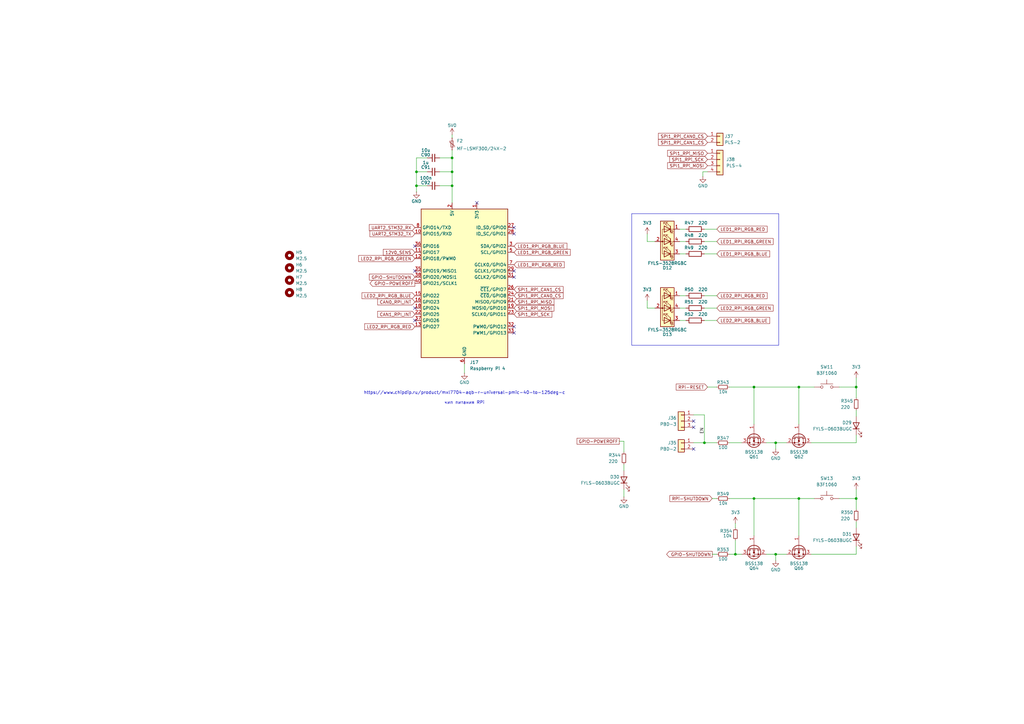
<source format=kicad_sch>
(kicad_sch (version 20231120) (generator "eeschema") (generator_version "8.0")
  (paper "A3")
  (lib_symbols
    (symbol "Connector:Raspberry_Pi_2_3"
      (property "Reference" "J" (at -17.78 31.75 0))
      (property "Value" "Raspberry_Pi_2_3" (at 10.16 -31.75 0))
      (symbol "Raspberry_Pi_2_3_0_1"
        (rectangle (start -17.78 30.48) (end 17.78 -30.48) (stroke (width 0.254)) (fill (type background)))
      )
      (symbol "Raspberry_Pi_2_3_1_1"
        (pin power_in line (at 5.08 33.02 270) (length 2.54) (name "3V3") (number "1"))
        (pin bidirectional line (at -20.32 20.32 0) (length 2.54) (name "GPIO15/RXD") (number "10"))
        (pin bidirectional line (at -20.32 12.7 0) (length 2.54) (name "GPIO17") (number "11"))
        (pin bidirectional line (at -20.32 10.16 0) (length 2.54) (name "GPIO18/PWM0") (number "12"))
        (pin bidirectional line (at -20.32 -17.78 0) (length 2.54) (name "GPIO27") (number "13"))
        (pin passive line (at 0 -33.02 90) (length 2.54) hide (name "GND") (number "14"))
        (pin bidirectional line (at -20.32 -5.08 0) (length 2.54) (name "GPIO22") (number "15"))
        (pin bidirectional line (at -20.32 -7.62 0) (length 2.54) (name "GPIO23") (number "16"))
        (pin passive line (at 5.08 33.02 270) (length 2.54) hide (name "3V3") (number "17"))
        (pin bidirectional line (at -20.32 -10.16 0) (length 2.54) (name "GPIO24") (number "18"))
        (pin bidirectional line (at 20.32 -10.16 180) (length 2.54) (name "MOSI0/GPIO10") (number "19"))
        (pin power_in line (at -5.08 33.02 270) (length 2.54) (name "5V") (number "2"))
        (pin passive line (at 0 -33.02 90) (length 2.54) hide (name "GND") (number "20"))
        (pin bidirectional line (at 20.32 -7.62 180) (length 2.54) (name "MISO0/GPIO9") (number "21"))
        (pin bidirectional line (at -20.32 -12.7 0) (length 2.54) (name "GPIO25") (number "22"))
        (pin bidirectional line (at 20.32 -12.7 180) (length 2.54) (name "SCLK0/GPIO11") (number "23"))
        (pin bidirectional line (at 20.32 -5.08 180) (length 2.54) (name "~{CE0}/GPIO8") (number "24"))
        (pin passive line (at 0 -33.02 90) (length 2.54) hide (name "GND") (number "25"))
        (pin bidirectional line (at 20.32 -2.54 180) (length 2.54) (name "~{CE1}/GPIO7") (number "26"))
        (pin bidirectional line (at 20.32 22.86 180) (length 2.54) (name "ID_SD/GPIO0") (number "27"))
        (pin bidirectional line (at 20.32 20.32 180) (length 2.54) (name "ID_SC/GPIO1") (number "28"))
        (pin bidirectional line (at 20.32 5.08 180) (length 2.54) (name "GCLK1/GPIO5") (number "29"))
        (pin bidirectional line (at 20.32 15.24 180) (length 2.54) (name "SDA/GPIO2") (number "3"))
        (pin passive line (at 0 -33.02 90) (length 2.54) hide (name "GND") (number "30"))
        (pin bidirectional line (at 20.32 2.54 180) (length 2.54) (name "GCLK2/GPIO6") (number "31"))
        (pin bidirectional line (at 20.32 -17.78 180) (length 2.54) (name "PWM0/GPIO12") (number "32"))
        (pin bidirectional line (at 20.32 -20.32 180) (length 2.54) (name "PWM1/GPIO13") (number "33"))
        (pin passive line (at 0 -33.02 90) (length 2.54) hide (name "GND") (number "34"))
        (pin bidirectional line (at -20.32 5.08 0) (length 2.54) (name "GPIO19/MISO1") (number "35"))
        (pin bidirectional line (at -20.32 15.24 0) (length 2.54) (name "GPIO16") (number "36"))
        (pin bidirectional line (at -20.32 -15.24 0) (length 2.54) (name "GPIO26") (number "37"))
        (pin bidirectional line (at -20.32 2.54 0) (length 2.54) (name "GPIO20/MOSI1") (number "38"))
        (pin passive line (at 0 -33.02 90) (length 2.54) hide (name "GND") (number "39"))
        (pin passive line (at -5.08 33.02 270) (length 2.54) hide (name "5V") (number "4"))
        (pin bidirectional line (at -20.32 0 0) (length 2.54) (name "GPIO21/SCLK1") (number "40"))
        (pin bidirectional line (at 20.32 12.7 180) (length 2.54) (name "SCL/GPIO3") (number "5"))
        (pin power_in line (at 0 -33.02 90) (length 2.54) (name "GND") (number "6"))
        (pin bidirectional line (at 20.32 7.62 180) (length 2.54) (name "GCLK0/GPIO4") (number "7"))
        (pin bidirectional line (at -20.32 22.86 0) (length 2.54) (name "GPIO14/TXD") (number "8"))
        (pin passive line (at 0 -33.02 90) (length 2.54) hide (name "GND") (number "9"))
      )
    )
    (symbol "Connector_Generic:Conn_01x02" (pin_names (offset 1.016) hide)
      (property "Reference" "J" (at 0 2.54 0))
      (property "Value" "Conn_01x02" (at 0 -5.08 0))
      (symbol "Conn_01x02_1_1"
        (rectangle (start -1.27 -2.413) (end 0 -2.667) (stroke (width 0.1524)))
        (rectangle (start -1.27 0.127) (end 0 -0.127) (stroke (width 0.1524)))
        (rectangle (start -1.27 1.27) (end 1.27 -3.81) (stroke (width 0.254)) (fill (type background)))
        (pin passive line (at -5.08 0 0) (length 3.81) (name "Pin_1") (number "1"))
        (pin passive line (at -5.08 -2.54 0) (length 3.81) (name "Pin_2") (number "2"))
      )
    )
    (symbol "Connector_Generic:Conn_01x03" (pin_names (offset 1.016) hide)
      (property "Reference" "J" (at 0 5.08 0))
      (property "Value" "Conn_01x03" (at 0 -5.08 0))
      (symbol "Conn_01x03_1_1"
        (rectangle (start -1.27 -2.413) (end 0 -2.667) (stroke (width 0.1524)))
        (rectangle (start -1.27 0.127) (end 0 -0.127) (stroke (width 0.1524)))
        (rectangle (start -1.27 2.667) (end 0 2.413) (stroke (width 0.1524)))
        (rectangle (start -1.27 3.81) (end 1.27 -3.81) (stroke (width 0.254)) (fill (type background)))
        (pin passive line (at -5.08 2.54 0) (length 3.81) (name "Pin_1") (number "1"))
        (pin passive line (at -5.08 0 0) (length 3.81) (name "Pin_2") (number "2"))
        (pin passive line (at -5.08 -2.54 0) (length 3.81) (name "Pin_3") (number "3"))
      )
    )
    (symbol "Connector_Generic:Conn_01x04" (pin_names (offset 1.016) hide)
      (property "Reference" "J" (at 0 5.08 0))
      (property "Value" "Conn_01x04" (at 0 -7.62 0))
      (symbol "Conn_01x04_1_1"
        (rectangle (start -1.27 -4.953) (end 0 -5.207) (stroke (width 0.1524)))
        (rectangle (start -1.27 -2.413) (end 0 -2.667) (stroke (width 0.1524)))
        (rectangle (start -1.27 0.127) (end 0 -0.127) (stroke (width 0.1524)))
        (rectangle (start -1.27 2.667) (end 0 2.413) (stroke (width 0.1524)))
        (rectangle (start -1.27 3.81) (end 1.27 -6.35) (stroke (width 0.254)) (fill (type background)))
        (pin passive line (at -5.08 2.54 0) (length 3.81) (name "Pin_1") (number "1"))
        (pin passive line (at -5.08 0 0) (length 3.81) (name "Pin_2") (number "2"))
        (pin passive line (at -5.08 -2.54 0) (length 3.81) (name "Pin_3") (number "3"))
        (pin passive line (at -5.08 -5.08 0) (length 3.81) (name "Pin_4") (number "4"))
      )
    )
    (symbol "Device:C_Small" (pin_numbers hide) (pin_names (offset 0.254) hide)
      (property "Reference" "C" (at 0.254 1.778 0))
      (property "Value" "C_Small" (at 0.254 -2.032 0))
      (symbol "C_Small_0_1"
        (polyline (pts (xy -1.524 -0.508) (xy 1.524 -0.508)) (stroke (width 0.3302)))
        (polyline (pts (xy -1.524 0.508) (xy 1.524 0.508)) (stroke (width 0.3048)))
      )
      (symbol "C_Small_1_1"
        (pin passive line (at 0 2.54 270) (length 2.032) (name "~") (number "1"))
        (pin passive line (at 0 -2.54 90) (length 2.032) (name "~") (number "2"))
      )
    )
    (symbol "Device:LED" (pin_numbers hide) (pin_names (offset 1.016) hide)
      (property "Reference" "D" (at 0 2.54 0))
      (property "Value" "LED" (at 0 -2.54 0))
      (symbol "LED_0_1"
        (polyline (pts (xy -1.27 -1.27) (xy -1.27 1.27)) (stroke (width 0.254)))
        (polyline (pts (xy -1.27 0) (xy 1.27 0)))
        (polyline (pts (xy 1.27 -1.27) (xy 1.27 1.27) (xy -1.27 0) (xy 1.27 -1.27)) (stroke (width 0.254)))
        (polyline (pts (xy -3.048 -0.762) (xy -4.572 -2.286) (xy -3.81 -2.286) (xy -4.572 -2.286) (xy -4.572 -1.524)))
        (polyline (pts (xy -1.778 -0.762) (xy -3.302 -2.286) (xy -2.54 -2.286) (xy -3.302 -2.286) (xy -3.302 -1.524)))
      )
      (symbol "LED_1_1"
        (pin passive line (at -3.81 0 0) (length 2.54) (name "K") (number "1"))
        (pin passive line (at 3.81 0 180) (length 2.54) (name "A") (number "2"))
      )
    )
    (symbol "Device:LED_RGBA" (pin_names (offset 0) hide)
      (property "Reference" "D1" (at 0 -10.795 0))
      (property "Value" "LED_RGBA" (at 0 -8.89 0))
      (symbol "LED_RGBA_0_0"
        (text "B" (at -1.905 -6.35 0) (effects (font (size 1.27 1.27))))
        (text "G" (at -1.905 -1.27 0) (effects (font (size 1.27 1.27))))
        (text "R" (at -1.905 3.81 0) (effects (font (size 1.27 1.27))))
      )
      (symbol "LED_RGBA_0_1"
        (polyline (pts (xy -1.27 -5.08) (xy -2.54 -5.08)))
        (polyline (pts (xy -1.27 -5.08) (xy 1.27 -5.08)))
        (polyline (pts (xy -1.27 -3.81) (xy -1.27 -6.35)) (stroke (width 0.254)))
        (polyline (pts (xy -1.27 0) (xy -2.54 0)))
        (polyline (pts (xy -1.27 1.27) (xy -1.27 -1.27)) (stroke (width 0.254)))
        (polyline (pts (xy -1.27 5.08) (xy -2.54 5.08)))
        (polyline (pts (xy -1.27 5.08) (xy 1.27 5.08)))
        (polyline (pts (xy -1.27 6.35) (xy -1.27 3.81)) (stroke (width 0.254)))
        (polyline (pts (xy 1.27 0) (xy -1.27 0)))
        (polyline (pts (xy 1.27 0) (xy 2.54 0)))
        (polyline (pts (xy -1.27 1.27) (xy -1.27 -1.27) (xy -1.27 -1.27)))
        (polyline (pts (xy -1.27 6.35) (xy -1.27 3.81) (xy -1.27 3.81)))
        (polyline (pts (xy 1.27 -5.08) (xy 2.032 -5.08) (xy 2.032 5.08) (xy 1.27 5.08)))
        (polyline (pts (xy 1.27 -3.81) (xy 1.27 -6.35) (xy -1.27 -5.08) (xy 1.27 -3.81)) (stroke (width 0.254)))
        (polyline (pts (xy 1.27 1.27) (xy 1.27 -1.27) (xy -1.27 0) (xy 1.27 1.27)) (stroke (width 0.254)))
        (polyline (pts (xy 1.27 6.35) (xy 1.27 3.81) (xy -1.27 5.08) (xy 1.27 6.35)) (stroke (width 0.254)))
        (polyline (pts (xy -1.016 -3.81) (xy 0.508 -2.286) (xy -0.254 -2.286) (xy 0.508 -2.286) (xy 0.508 -3.048)))
        (polyline (pts (xy -1.016 1.27) (xy 0.508 2.794) (xy -0.254 2.794) (xy 0.508 2.794) (xy 0.508 2.032)))
        (polyline (pts (xy -1.016 6.35) (xy 0.508 7.874) (xy -0.254 7.874) (xy 0.508 7.874) (xy 0.508 7.112)))
        (polyline (pts (xy 0 -3.81) (xy 1.524 -2.286) (xy 0.762 -2.286) (xy 1.524 -2.286) (xy 1.524 -3.048)))
        (polyline (pts (xy 0 1.27) (xy 1.524 2.794) (xy 0.762 2.794) (xy 1.524 2.794) (xy 1.524 2.032)))
        (polyline (pts (xy 0 6.35) (xy 1.524 7.874) (xy 0.762 7.874) (xy 1.524 7.874) (xy 1.524 7.112)))
        (rectangle (start 1.27 -1.27) (end 1.27 1.27))
        (rectangle (start 1.27 1.27) (end 1.27 1.27))
        (rectangle (start 1.27 3.81) (end 1.27 6.35))
        (rectangle (start 1.27 6.35) (end 1.27 6.35))
        (circle (center 2.032 0) (radius 0.254) (fill (type outline)))
        (rectangle (start 2.794 8.382) (end -2.794 -7.62) (stroke (width 0.254)) (fill (type background)))
      )
      (symbol "LED_RGBA_1_1"
        (pin passive line (at -5.08 5.08 0) (length 2.54) (name "RK") (number "1"))
        (pin passive line (at 5.08 0 180) (length 2.54) (name "A") (number "2"))
        (pin passive line (at -5.08 -5.08 0) (length 2.54) (name "BK") (number "3"))
        (pin passive line (at -5.08 0 0) (length 2.54) (name "GK") (number "4"))
      )
    )
    (symbol "Device:Polyfuse_Small" (pin_numbers hide) (pin_names (offset 0))
      (property "Reference" "F" (at -1.905 0 90))
      (property "Value" "Polyfuse_Small" (at 1.905 0 90))
      (symbol "Polyfuse_Small_0_1"
        (rectangle (start -0.508 1.27) (end 0.508 -1.27))
        (polyline (pts (xy 0 2.54) (xy 0 -2.54)))
        (polyline (pts (xy -1.016 1.27) (xy -1.016 0.762) (xy 1.016 -0.762) (xy 1.016 -1.27)))
      )
      (symbol "Polyfuse_Small_1_1"
        (pin passive line (at 0 2.54 270) (length 0.635) (name "~") (number "1"))
        (pin passive line (at 0 -2.54 90) (length 0.635) (name "~") (number "2"))
      )
    )
    (symbol "Device:R" (pin_numbers hide) (pin_names (offset 0))
      (property "Reference" "R" (at 2.032 0 90))
      (property "Value" "R" (at 0 0 90))
      (symbol "R_0_1"
        (rectangle (start -1.016 -2.54) (end 1.016 2.54) (stroke (width 0.254)))
      )
      (symbol "R_1_1"
        (pin passive line (at 0 3.81 270) (length 1.27) (name "~") (number "1"))
        (pin passive line (at 0 -3.81 90) (length 1.27) (name "~") (number "2"))
      )
    )
    (symbol "Device:R_Small" (pin_numbers hide) (pin_names (offset 0.254) hide)
      (property "Reference" "R" (at 0.762 0.508 0))
      (property "Value" "R_Small" (at 0.762 -1.016 0))
      (symbol "R_Small_0_1"
        (rectangle (start -0.762 1.778) (end 0.762 -1.778) (stroke (width 0.2032)))
      )
      (symbol "R_Small_1_1"
        (pin passive line (at 0 2.54 270) (length 0.762) (name "~") (number "1"))
        (pin passive line (at 0 -2.54 90) (length 0.762) (name "~") (number "2"))
      )
    )
    (symbol "LED_RGBA_1" (pin_names (offset 0) hide)
      (property "Reference" "D8" (at 0 -10.795 0))
      (property "Value" "LED_RGBA" (at 0 -8.89 0))
      (symbol "LED_RGBA_1_0_0"
        (text "B" (at -1.905 -6.35 0) (effects (font (size 1.27 1.27))))
        (text "G" (at -1.905 -1.27 0) (effects (font (size 1.27 1.27))))
        (text "R" (at -1.905 3.81 0) (effects (font (size 1.27 1.27))))
      )
      (symbol "LED_RGBA_1_0_1"
        (polyline (pts (xy -1.27 -5.08) (xy -2.54 -5.08)))
        (polyline (pts (xy -1.27 -5.08) (xy 1.27 -5.08)))
        (polyline (pts (xy -1.27 -3.81) (xy -1.27 -6.35)) (stroke (width 0.254)))
        (polyline (pts (xy -1.27 0) (xy -2.54 0)))
        (polyline (pts (xy -1.27 1.27) (xy -1.27 -1.27)) (stroke (width 0.254)))
        (polyline (pts (xy -1.27 5.08) (xy -2.54 5.08)))
        (polyline (pts (xy -1.27 5.08) (xy 1.27 5.08)))
        (polyline (pts (xy -1.27 6.35) (xy -1.27 3.81)) (stroke (width 0.254)))
        (polyline (pts (xy 1.27 0) (xy -1.27 0)))
        (polyline (pts (xy 1.27 0) (xy 2.54 0)))
        (polyline (pts (xy -1.27 1.27) (xy -1.27 -1.27) (xy -1.27 -1.27)))
        (polyline (pts (xy -1.27 6.35) (xy -1.27 3.81) (xy -1.27 3.81)))
        (polyline (pts (xy 1.27 -5.08) (xy 2.032 -5.08) (xy 2.032 5.08) (xy 1.27 5.08)))
        (polyline (pts (xy 1.27 -3.81) (xy 1.27 -6.35) (xy -1.27 -5.08) (xy 1.27 -3.81)) (stroke (width 0.254)))
        (polyline (pts (xy 1.27 1.27) (xy 1.27 -1.27) (xy -1.27 0) (xy 1.27 1.27)) (stroke (width 0.254)))
        (polyline (pts (xy 1.27 6.35) (xy 1.27 3.81) (xy -1.27 5.08) (xy 1.27 6.35)) (stroke (width 0.254)))
        (polyline (pts (xy -1.016 -3.81) (xy 0.508 -2.286) (xy -0.254 -2.286) (xy 0.508 -2.286) (xy 0.508 -3.048)))
        (polyline (pts (xy -1.016 1.27) (xy 0.508 2.794) (xy -0.254 2.794) (xy 0.508 2.794) (xy 0.508 2.032)))
        (polyline (pts (xy -1.016 6.35) (xy 0.508 7.874) (xy -0.254 7.874) (xy 0.508 7.874) (xy 0.508 7.112)))
        (polyline (pts (xy 0 -3.81) (xy 1.524 -2.286) (xy 0.762 -2.286) (xy 1.524 -2.286) (xy 1.524 -3.048)))
        (polyline (pts (xy 0 1.27) (xy 1.524 2.794) (xy 0.762 2.794) (xy 1.524 2.794) (xy 1.524 2.032)))
        (polyline (pts (xy 0 6.35) (xy 1.524 7.874) (xy 0.762 7.874) (xy 1.524 7.874) (xy 1.524 7.112)))
        (rectangle (start 1.27 -1.27) (end 1.27 1.27))
        (rectangle (start 1.27 1.27) (end 1.27 1.27))
        (rectangle (start 1.27 3.81) (end 1.27 6.35))
        (rectangle (start 1.27 6.35) (end 1.27 6.35))
        (circle (center 2.032 0) (radius 0.254) (fill (type outline)))
        (rectangle (start 2.794 8.382) (end -2.794 -7.62) (stroke (width 0.254)) (fill (type background)))
      )
      (symbol "LED_RGBA_1_1_1"
        (pin passive line (at -5.08 5.08 0) (length 2.54) (name "RK") (number "1"))
        (pin passive line (at 5.08 0 180) (length 2.54) (name "A") (number "2"))
        (pin passive line (at -5.08 -5.08 0) (length 2.54) (name "BK") (number "3"))
        (pin passive line (at -5.08 0 0) (length 2.54) (name "GK") (number "4"))
      )
    )
    (symbol "Mechanical:MountingHole" (pin_names (offset 1.016)) (exclude_from_sim yes) (in_bom no)
      (property "Reference" "H" (at 0 5.08 0))
      (property "Value" "MountingHole" (at 0 3.175 0))
      (symbol "MountingHole_0_1"
        (circle (center 0 0) (radius 1.27) (stroke (width 1.27)))
      )
    )
    (symbol "Switch:SW_Push" (pin_numbers hide) (pin_names (offset 1.016) hide)
      (property "Reference" "SW" (at 1.27 2.54 0))
      (property "Value" "SW_Push" (at 0 -1.524 0))
      (symbol "SW_Push_0_1"
        (circle (center -2.032 0) (radius 0.508))
        (polyline (pts (xy 0 1.27) (xy 0 3.048)))
        (polyline (pts (xy 2.54 1.27) (xy -2.54 1.27)))
        (circle (center 2.032 0) (radius 0.508))
        (pin passive line (at -5.08 0 0) (length 2.54) (name "1") (number "1"))
        (pin passive line (at 5.08 0 180) (length 2.54) (name "2") (number "2"))
      )
    )
    (symbol "Transistor_FET:BSS138" (pin_names hide)
      (property "Reference" "Q" (at 5.08 1.905 0))
      (property "Value" "BSS138" (at 5.08 0 0))
      (symbol "BSS138_0_1"
        (polyline (pts (xy 0.254 0) (xy -2.54 0)))
        (polyline (pts (xy 0.254 1.905) (xy 0.254 -1.905)) (stroke (width 0.254)))
        (polyline (pts (xy 0.762 -1.27) (xy 0.762 -2.286)) (stroke (width 0.254)))
        (polyline (pts (xy 0.762 0.508) (xy 0.762 -0.508)) (stroke (width 0.254)))
        (polyline (pts (xy 0.762 2.286) (xy 0.762 1.27)) (stroke (width 0.254)))
        (polyline (pts (xy 2.54 2.54) (xy 2.54 1.778)))
        (polyline (pts (xy 2.54 -2.54) (xy 2.54 0) (xy 0.762 0)))
        (polyline (pts (xy 0.762 -1.778) (xy 3.302 -1.778) (xy 3.302 1.778) (xy 0.762 1.778)))
        (polyline (pts (xy 1.016 0) (xy 2.032 0.381) (xy 2.032 -0.381) (xy 1.016 0)) (fill (type outline)))
        (polyline (pts (xy 2.794 0.508) (xy 2.921 0.381) (xy 3.683 0.381) (xy 3.81 0.254)))
        (polyline (pts (xy 3.302 0.381) (xy 2.921 -0.254) (xy 3.683 -0.254) (xy 3.302 0.381)))
        (circle (center 1.651 0) (radius 2.794) (stroke (width 0.254)))
        (circle (center 2.54 -1.778) (radius 0.254) (fill (type outline)))
        (circle (center 2.54 1.778) (radius 0.254) (fill (type outline)))
      )
      (symbol "BSS138_1_1"
        (pin input line (at -5.08 0 0) (length 2.54) (name "G") (number "1"))
        (pin passive line (at 2.54 -5.08 90) (length 2.54) (name "S") (number "2"))
        (pin passive line (at 2.54 5.08 270) (length 2.54) (name "D") (number "3"))
      )
    )
    (symbol "power:+5V" (power) (pin_numbers hide) (pin_names (offset 0) hide)
      (property "Value" "+5V" (at 0 3.556 0))
      (symbol "+5V_0_1"
        (polyline (pts (xy -0.762 1.27) (xy 0 2.54)))
        (polyline (pts (xy 0 0) (xy 0 2.54)))
        (polyline (pts (xy 0 2.54) (xy 0.762 1.27)))
      )
      (symbol "+5V_1_1"
        (pin power_in line (at 0 0 90) (length 0) (name "~") (number "1"))
      )
    )
    (symbol "power:GND" (power) (pin_numbers hide) (pin_names (offset 0) hide)
      (property "Value" "GND" (at 0 -3.81 0))
      (symbol "GND_0_1"
        (polyline (pts (xy 0 0) (xy 0 -1.27) (xy 1.27 -1.27) (xy 0 -2.54) (xy -1.27 -1.27) (xy 0 -1.27)))
      )
      (symbol "GND_1_1"
        (pin power_in line (at 0 0 270) (length 0) (name "~") (number "1"))
      )
    )
  )
  (junction (at 288.925 181.61))
  (junction (at 309.245 204.47))
  (junction (at 351.155 204.47))
  (junction (at 318.135 181.61))
  (junction (at 327.66 204.47))
  (junction (at 318.135 227.33))
  (junction (at 351.155 158.75))
  (junction (at 170.815 70.485))
  (junction (at 301.625 227.33))
  (junction (at 170.815 76.2))
  (junction (at 327.66 158.75))
  (junction (at 309.245 158.75))
  (junction (at 185.42 64.77))
  (junction (at 185.42 76.2))
  (junction (at 185.42 70.485))
  (no_connect (at 284.48 184.15))
  (no_connect (at 170.18 126.365))
  (no_connect (at 195.58 83.185))
  (no_connect (at 210.82 111.125))
  (no_connect (at 170.18 100.965))
  (no_connect (at 284.48 172.72))
  (no_connect (at 210.82 133.985))
  (no_connect (at 170.18 131.445))
  (no_connect (at 284.48 175.26))
  (no_connect (at 210.82 95.885))
  (no_connect (at 210.82 113.665))
  (no_connect (at 210.82 136.525))
  (no_connect (at 170.18 111.125))
  (no_connect (at 210.82 93.345))
  (wire (pts (xy 288.925 99.06) (xy 294.005 99.06)))
  (wire (pts (xy 351.155 154.94) (xy 351.155 158.75)))
  (wire (pts (xy 351.155 158.75) (xy 351.155 163.195)))
  (wire (pts (xy 185.42 61.595) (xy 185.42 64.77)))
  (wire (pts (xy 351.155 227.33) (xy 332.74 227.33)))
  (wire (pts (xy 301.625 227.33) (xy 304.165 227.33)))
  (wire (pts (xy 180.34 70.485) (xy 185.42 70.485)))
  (wire (pts (xy 351.155 181.61) (xy 332.74 181.61)))
  (wire (pts (xy 288.925 121.285) (xy 294.005 121.285)))
  (wire (pts (xy 351.155 204.47) (xy 351.155 208.915)))
  (wire (pts (xy 351.155 213.995) (xy 351.155 216.535)))
  (wire (pts (xy 265.43 99.06) (xy 265.43 95.885)))
  (wire (pts (xy 318.135 227.33) (xy 318.135 229.87)))
  (wire (pts (xy 288.925 170.18) (xy 288.925 181.61)))
  (wire (pts (xy 265.43 126.365) (xy 265.43 123.19)))
  (wire (pts (xy 309.245 158.75) (xy 309.245 173.99)))
  (wire (pts (xy 309.245 204.47) (xy 327.66 204.47)))
  (wire (pts (xy 318.135 181.61) (xy 314.325 181.61)))
  (wire (pts (xy 351.155 200.66) (xy 351.155 204.47)))
  (wire (pts (xy 288.925 93.98) (xy 294.005 93.98)))
  (wire (pts (xy 299.085 227.33) (xy 301.625 227.33)))
  (wire (pts (xy 327.66 158.75) (xy 327.66 173.99)))
  (wire (pts (xy 288.925 181.61) (xy 294.005 181.61)))
  (wire (pts (xy 185.42 76.2) (xy 185.42 83.185)))
  (wire (pts (xy 309.245 204.47) (xy 309.245 219.71)))
  (wire (pts (xy 301.625 214.63) (xy 301.625 216.535)))
  (wire (pts (xy 292.1 227.33) (xy 294.005 227.33)))
  (wire (pts (xy 255.905 200.66) (xy 255.905 203.835)))
  (wire (pts (xy 318.135 227.33) (xy 314.325 227.33)))
  (wire (pts (xy 288.925 104.14) (xy 294.005 104.14)))
  (wire (pts (xy 255.905 190.5) (xy 255.905 193.04)))
  (wire (pts (xy 318.135 227.33) (xy 322.58 227.33)))
  (wire (pts (xy 278.765 93.98) (xy 281.305 93.98)))
  (wire (pts (xy 278.765 131.445) (xy 281.305 131.445)))
  (wire (pts (xy 299.085 204.47) (xy 309.245 204.47)))
  (wire (pts (xy 180.34 64.77) (xy 185.42 64.77)))
  (wire (pts (xy 351.155 168.275) (xy 351.155 170.815)))
  (wire (pts (xy 278.765 104.14) (xy 281.305 104.14)))
  (wire (pts (xy 278.765 121.285) (xy 281.305 121.285)))
  (wire (pts (xy 170.815 70.485) (xy 170.815 76.2)))
  (wire (pts (xy 265.43 126.365) (xy 268.605 126.365)))
  (wire (pts (xy 327.66 204.47) (xy 327.66 219.71)))
  (wire (pts (xy 309.245 158.75) (xy 327.66 158.75)))
  (wire (pts (xy 288.925 131.445) (xy 294.005 131.445)))
  (wire (pts (xy 278.765 99.06) (xy 281.305 99.06)))
  (wire (pts (xy 185.42 70.485) (xy 185.42 76.2)))
  (wire (pts (xy 288.925 126.365) (xy 294.005 126.365)))
  (wire (pts (xy 185.42 55.245) (xy 185.42 56.515)))
  (wire (pts (xy 318.135 181.61) (xy 318.135 184.15)))
  (wire (pts (xy 170.815 76.2) (xy 175.26 76.2)))
  (wire (pts (xy 170.815 76.2) (xy 170.815 78.74)))
  (wire (pts (xy 170.815 70.485) (xy 175.26 70.485)))
  (wire (pts (xy 190.5 149.225) (xy 190.5 153.035)))
  (wire (pts (xy 175.26 64.77) (xy 170.815 64.77)))
  (wire (pts (xy 288.29 72.39) (xy 288.29 70.485)))
  (wire (pts (xy 180.34 76.2) (xy 185.42 76.2)))
  (wire (pts (xy 318.135 181.61) (xy 322.58 181.61)))
  (wire (pts (xy 351.155 178.435) (xy 351.155 181.61)))
  (wire (pts (xy 254 180.975) (xy 255.905 180.975)))
  (wire (pts (xy 299.085 158.75) (xy 309.245 158.75)))
  (wire (pts (xy 344.17 204.47) (xy 351.155 204.47)))
  (wire (pts (xy 327.66 204.47) (xy 334.01 204.47)))
  (wire (pts (xy 290.195 158.75) (xy 294.005 158.75)))
  (wire (pts (xy 299.085 181.61) (xy 304.165 181.61)))
  (wire (pts (xy 327.66 158.75) (xy 334.01 158.75)))
  (wire (pts (xy 288.925 170.18) (xy 284.48 170.18)))
  (wire (pts (xy 284.48 181.61) (xy 288.925 181.61)))
  (wire (pts (xy 301.625 221.615) (xy 301.625 227.33)))
  (wire (pts (xy 255.905 180.975) (xy 255.905 185.42)))
  (wire (pts (xy 185.42 64.77) (xy 185.42 70.485)))
  (wire (pts (xy 351.155 224.155) (xy 351.155 227.33)))
  (wire (pts (xy 278.765 126.365) (xy 281.305 126.365)))
  (wire (pts (xy 292.1 204.47) (xy 294.005 204.47)))
  (wire (pts (xy 170.815 64.77) (xy 170.815 70.485)))
  (wire (pts (xy 265.43 99.06) (xy 268.605 99.06)))
  (wire (pts (xy 288.29 70.485) (xy 290.195 70.485)))
  (wire (pts (xy 344.17 158.75) (xy 351.155 158.75)))
  (rectangle (start 259.08 87.63) (end 319.405 141.605))
  (text "https://www.chipdip.ru/product/mxl7704-aqb-r-universal-pmic-40-to-125deg-c\n\nчип питания RPi" (at 190.5 163.195 0) (effects (font (size 1.27 1.27))))
  (label "EN" (at 288.925 175.26 270))
  (global_label "LED1_RPI_RGB_RED" (shape input) (at 210.82 108.585 0) (property "Intersheetrefs" "${INTERSHEET_REFS}" (at 232.0084 108.585 0) (effects (justify left))))
  (global_label "LED1_RPI_RGB_BLUE" (shape input) (at 294.005 104.14 0) (property "Intersheetrefs" "${INTERSHEET_REFS}" (at 316.282 104.14 0) (effects (justify left))))
  (global_label "LED1_RPI_RGB_GREEN" (shape input) (at 210.82 103.505 0) (property "Intersheetrefs" "${INTERSHEET_REFS}" (at 234.4879 103.505 0) (effects (justify left))))
  (global_label "LED2_RPI_RGB_BLUE" (shape input) (at 294.005 131.445 0) (property "Intersheetrefs" "${INTERSHEET_REFS}" (at 316.282 131.445 0) (effects (justify left))))
  (global_label "UART2_STM32_TX" (shape input) (at 170.18 95.885 180) (property "Intersheetrefs" "${INTERSHEET_REFS}" (at 151.1688 95.885 0) (effects (justify right))))
  (global_label "LED2_RPI_RGB_GREEN" (shape input) (at 294.005 126.365 0) (property "Intersheetrefs" "${INTERSHEET_REFS}" (at 317.6729 126.365 0) (effects (justify left))))
  (global_label "LED2_RPI_RGB_BLUE" (shape input) (at 170.18 121.285 180) (property "Intersheetrefs" "${INTERSHEET_REFS}" (at 147.903 121.285 0) (effects (justify right))))
  (global_label "GPIO-SHUTDOWN" (shape input) (at 170.18 113.665 180) (property "Intersheetrefs" "${INTERSHEET_REFS}" (at 150.9266 113.665 0) (effects (justify right))))
  (global_label "LED1_RPI_RGB_GREEN" (shape input) (at 294.005 99.06 0) (property "Intersheetrefs" "${INTERSHEET_REFS}" (at 317.6729 99.06 0) (effects (justify left))))
  (global_label "LED1_RPI_RGB_BLUE" (shape input) (at 210.82 100.965 0) (property "Intersheetrefs" "${INTERSHEET_REFS}" (at 233.097 100.965 0) (effects (justify left))))
  (global_label "RPi-RESET" (shape input) (at 290.195 158.75 180) (property "Intersheetrefs" "${INTERSHEET_REFS}" (at 276.7475 158.75 0) (effects (justify right))))
  (global_label "SPI1_RPi_MOSI" (shape input) (at 290.195 67.945 180) (property "Intersheetrefs" "${INTERSHEET_REFS}" (at 273.2398 67.945 0) (effects (justify right))))
  (global_label "SPI1_RPi_CAN0_CS" (shape input) (at 290.195 55.88 180) (property "Intersheetrefs" "${INTERSHEET_REFS}" (at 269.4903 55.88 0) (effects (justify right))))
  (global_label "SPI1_RPi_MOSI" (shape input) (at 210.82 126.365 0) (property "Intersheetrefs" "${INTERSHEET_REFS}" (at 227.7752 126.365 0) (effects (justify left))))
  (global_label "SPI1_RPi_CAN0_CS" (shape input) (at 210.82 121.285 0) (property "Intersheetrefs" "${INTERSHEET_REFS}" (at 231.5247 121.285 0) (effects (justify left))))
  (global_label "LED1_RPI_RGB_RED" (shape input) (at 294.005 93.98 0) (property "Intersheetrefs" "${INTERSHEET_REFS}" (at 315.1934 93.98 0) (effects (justify left))))
  (global_label "SPI1_RPi_CAN1_CS" (shape input) (at 290.195 58.42 180) (property "Intersheetrefs" "${INTERSHEET_REFS}" (at 269.4903 58.42 0) (effects (justify right))))
  (global_label "SPI1_RPi_MISO" (shape input) (at 210.82 123.825 0) (property "Intersheetrefs" "${INTERSHEET_REFS}" (at 227.7752 123.825 0) (effects (justify left))))
  (global_label "LED2_RPI_RGB_GREEN" (shape input) (at 170.18 106.045 180) (property "Intersheetrefs" "${INTERSHEET_REFS}" (at 146.5121 106.045 0) (effects (justify right))))
  (global_label "RPi-SHUTDOWN" (shape input) (at 292.1 204.47 180) (property "Intersheetrefs" "${INTERSHEET_REFS}" (at 274.1771 204.47 0) (effects (justify right))))
  (global_label "SPI1_RPi_SCK" (shape input) (at 210.82 128.905 0) (property "Intersheetrefs" "${INTERSHEET_REFS}" (at 226.9285 128.905 0) (effects (justify left))))
  (global_label "LED2_RPI_RGB_RED" (shape input) (at 294.005 121.285 0) (property "Intersheetrefs" "${INTERSHEET_REFS}" (at 315.1934 121.285 0) (effects (justify left))))
  (global_label "GPIO-SHUTDOWN" (shape output) (at 292.1 227.33 180) (property "Intersheetrefs" "${INTERSHEET_REFS}" (at 272.8466 227.33 0) (effects (justify right))))
  (global_label "SPI1_RPi_CAN1_CS" (shape input) (at 210.82 118.745 0) (property "Intersheetrefs" "${INTERSHEET_REFS}" (at 231.5247 118.745 0) (effects (justify left))))
  (global_label "UART2_STM32_RX" (shape input) (at 170.18 93.345 180) (property "Intersheetrefs" "${INTERSHEET_REFS}" (at 150.8664 93.345 0) (effects (justify right))))
  (global_label "CAN0_RPI_INT" (shape input) (at 170.18 123.825 180) (property "Intersheetrefs" "${INTERSHEET_REFS}" (at 154.3133 123.825 0) (effects (justify right))))
  (global_label "CAN1_RPI_INT" (shape input) (at 170.18 128.905 180) (property "Intersheetrefs" "${INTERSHEET_REFS}" (at 154.3133 128.905 0) (effects (justify right))))
  (global_label "GPIO-POWEROFF" (shape passive) (at 254 180.975 180) (property "Intersheetrefs" "${INTERSHEET_REFS}" (at 236.0998 180.975 0) (effects (justify right))))
  (global_label "12V0_SENS" (shape input) (at 170.18 103.505 180) (property "Intersheetrefs" "${INTERSHEET_REFS}" (at 156.6116 103.505 0) (effects (justify right))))
  (global_label "LED2_RPI_RGB_RED" (shape input) (at 170.18 133.985 180) (property "Intersheetrefs" "${INTERSHEET_REFS}" (at 148.9916 133.985 0) (effects (justify right))))
  (global_label "SPI1_RPi_MISO" (shape input) (at 290.195 62.865 180) (property "Intersheetrefs" "${INTERSHEET_REFS}" (at 273.2398 62.865 0) (effects (justify right))))
  (global_label "GPIO-POWEROFF" (shape output) (at 170.18 116.205 180) (property "Intersheetrefs" "${INTERSHEET_REFS}" (at 151.1685 116.205 0) (effects (justify right))))
  (global_label "SPI1_RPi_SCK" (shape input) (at 290.195 65.405 180) (property "Intersheetrefs" "${INTERSHEET_REFS}" (at 274.0865 65.405 0) (effects (justify right))))
  (symbol (lib_id "Device:R_Small") (at 255.905 187.96 0) (unit 1)
    (property "Reference" "R344" (at 249.555 186.69 0) (effects (justify left)))
    (property "Value" "220" (at 249.555 189.2299 0) (effects (justify left)))
    (property "Footprint" "Resistor_SMD:R_0603_1608Metric" (effects (hide yes)))
    (property "Description" "Resistor, small symbol" (effects (hide yes)))
    (property "Мин. кол-во" "100" (effects (hide yes)))
    (property "Ссылка" "https://www.promelec.ru/product/46446/" (effects (hide yes)))
    (property "Цена" "1" (effects (hide yes)))
    (property "Человекопонятное название" "Толстопленочный ЧИП-резистор 0603 220Ом" (effects (hide yes)))
  )
  (symbol (lib_id "Connector_Generic:Conn_01x03") (at 279.4 172.72 0) (mirror y) (unit 1)
    (property "Reference" "J36" (at 277.495 171.45 0) (effects (justify left)))
    (property "Value" "PBD-3" (at 277.495 173.99 0) (effects (justify left)))
    (property "Footprint" "Connector_PinSocket_2.54mm:PinSocket_1x03_P2.54mm_Vertical" (effects (hide yes)))
    (property "Description" "Generic connector, single row, 01x03, script generated (kicad-library-utils/schlib/autogen/connector/)" (effects (hide yes)))
  )
  (symbol (lib_id "Device:R_Small") (at 351.155 165.735 0) (unit 1)
    (property "Reference" "R345" (at 344.805 164.465 0) (effects (justify left)))
    (property "Value" "220" (at 344.805 167.0049 0) (effects (justify left)))
    (property "Footprint" "Resistor_SMD:R_0603_1608Metric" (effects (hide yes)))
    (property "Description" "Resistor, small symbol" (effects (hide yes)))
    (property "Мин. кол-во" "100" (effects (hide yes)))
    (property "Ссылка" "https://www.promelec.ru/product/46446/" (effects (hide yes)))
    (property "Цена" "1" (effects (hide yes)))
    (property "Человекопонятное название" "Толстопленочный ЧИП-резистор 0603 220Ом" (effects (hide yes)))
  )
  (symbol (lib_id "Device:R_Small") (at 296.545 158.75 90) (mirror x) (unit 1)
    (property "Reference" "R343" (at 299.085 156.845 90) (effects (justify left)))
    (property "Value" "10k" (at 298.45 160.655 90) (effects (justify left)))
    (property "Footprint" "Resistor_SMD:R_0603_1608Metric" (effects (hide yes)))
    (property "Ссылка" "https://www.promelec.ru/product/344748/" (effects (hide yes)))
    (property "Цена" "1" (effects (hide yes)))
    (property "Человекопонятное название" "Толстопленочный ЧИП-резистор 0603 10кОм" (effects (hide yes)))
    (property "Мин. кол-во" "1000" (effects (hide yes)))
  )
  (symbol (lib_id "power:+5V") (at 185.42 55.245 0) (unit 1)
    (property "Reference" "#PWR0145" (effects (hide yes)))
    (property "Value" "5V0" (at 185.42 51.435 0))
    (property "Description" "Power symbol creates a global label with name \"+5V\"" (effects (hide yes)))
  )
  (symbol (lib_id "Mechanical:MountingHole") (at 118.745 114.935 0) (unit 1) (exclude_from_sim yes) (in_bom no)
    (property "Reference" "H7" (at 121.285 113.6649 0) (effects (justify left)))
    (property "Value" "M2.5" (at 121.285 116.2049 0) (effects (justify left)))
    (property "Footprint" "MountingHole:MountingHole_2.7mm_M2.5_Pad_Via" (effects (hide yes)))
    (property "Description" "Mounting Hole without connection" (effects (hide yes)))
  )
  (symbol (lib_id "power:GND") (at 190.5 153.035 0) (unit 1)
    (property "Reference" "#PWR0150" (effects (hide yes)))
    (property "Value" "GND" (at 190.5 156.845 0))
    (property "Description" "Power symbol creates a global label with name \"GND\" , ground" (effects (hide yes)))
  )
  (symbol (lib_id "Mechanical:MountingHole") (at 118.745 104.775 0) (unit 1) (exclude_from_sim yes) (in_bom no)
    (property "Reference" "H5" (at 121.285 103.5049 0) (effects (justify left)))
    (property "Value" "M2.5" (at 121.285 106.0449 0) (effects (justify left)))
    (property "Footprint" "MountingHole:MountingHole_2.7mm_M2.5_Pad_Via" (effects (hide yes)))
    (property "Description" "Mounting Hole without connection" (effects (hide yes)))
  )
  (symbol (lib_id "power:GND") (at 318.135 229.87 0) (unit 1)
    (property "Reference" "#PWR0319" (effects (hide yes)))
    (property "Value" "GND" (at 318.135 233.68 0))
  )
  (symbol (lib_id "power:+5V") (at 351.155 200.66 0) (unit 1)
    (property "Reference" "#PWR0318" (effects (hide yes)))
    (property "Value" "3V3" (at 351.155 196.215 0))
    (property "Description" "Power symbol creates a global label with name \"+5V\"" (effects (hide yes)))
  )
  (symbol (lib_id "Device:R_Small") (at 301.625 219.075 0) (mirror x) (unit 1)
    (property "Reference" "R354" (at 295.275 217.805 0) (effects (justify left)))
    (property "Value" "10k" (at 296.545 219.71 0) (effects (justify left)))
    (property "Footprint" "Resistor_SMD:R_0603_1608Metric" (effects (hide yes)))
    (property "Ссылка" "https://www.promelec.ru/product/344748/" (effects (hide yes)))
    (property "Цена" "1" (effects (hide yes)))
    (property "Человекопонятное название" "Толстопленочный ЧИП-резистор 0603 10кОм" (effects (hide yes)))
    (property "Мин. кол-во" "1000" (effects (hide yes)))
  )
  (symbol (lib_name "LED_RGBA_1") (lib_id "Device:LED_RGBA") (at 273.685 126.365 0) (mirror y) (unit 1)
    (property "Reference" "D13" (at 273.685 137.16 0))
    (property "Value" "FYLS-3528RGBC" (at 273.685 135.255 0))
    (property "Footprint" "user_lib:LED_RGB_promelec" (effects (hide yes)))
    (property "Description" "RGB LED, red/green/blue/anode" (effects (hide yes)))
    (property "Мин. кол-во" "2" (effects (hide yes)))
    (property "Ссылка" "https://www.promelec.ru/product/337147/" (effects (hide yes)))
    (property "Цена" "8" (effects (hide yes)))
    (property "Человекопонятное название" "Светодиод smd 3,5х2,8мм/красный/625нм/200мкд - зеленый/520нм/800мкд - синий/470нм/250мкд/прозрачный/120°" (effects (hide yes)))
  )
  (symbol (lib_id "Device:R") (at 285.115 126.365 90) (unit 1)
    (property "Reference" "R51" (at 282.575 123.825 90))
    (property "Value" "220" (at 288.29 123.825 90))
    (property "Footprint" "Resistor_SMD:R_0603_1608Metric" (effects (hide yes)))
    (property "Description" "Resistor" (effects (hide yes)))
    (property "Мин. кол-во" "100" (effects (hide yes)))
    (property "Ссылка" "https://www.promelec.ru/product/46446/" (effects (hide yes)))
    (property "Цена" "1" (effects (hide yes)))
    (property "Человекопонятное название" "Толстопленочный ЧИП-резистор 0603 220Ом" (effects (hide yes)))
  )
  (symbol (lib_id "Transistor_FET:BSS138") (at 327.66 224.79 270) (unit 1)
    (property "Reference" "Q66" (at 327.66 233.045 90))
    (property "Value" "BSS138" (at 327.66 231.14 90))
    (property "Footprint" "Package_TO_SOT_SMD:SOT-23" (effects (hide yes)))
    (property "Datasheet" "https://www.onsemi.com/pub/Collateral/BSS138-D.PDF" (effects (hide yes)))
    (property "Description" "50V Vds, 0.22A Id, N-Channel MOSFET, SOT-23" (effects (hide yes)))
    (property "Мин. кол-во" "38" (effects (hide yes)))
    (property "Ссылка" "https://www.promelec.ru/product/303635/" (effects (hide yes)))
    (property "Цена" "14" (effects (hide yes)))
    (property "Человекопонятное название" "Транзистор полевой N-канальный" (effects (hide yes)))
  )
  (symbol (lib_id "Switch:SW_Push") (at 339.09 204.47 0) (unit 1)
    (property "Reference" "SW13" (at 339.09 196.215 0))
    (property "Value" "B3F1060" (at 339.09 198.755 0))
    (property "Footprint" "Button_Switch_THT:SW_PUSH_6mm_H5mm" (effects (hide yes)))
    (property "Мин. кол-во" "1" (effects (hide yes)))
    (property "Ссылка" "https://www.promelec.ru/product/430220/" (effects (hide yes)))
    (property "Цена" "15" (effects (hide yes)))
    (property "Человекопонятное название" "Кнопка тактильная 6х6 h=7мм" (effects (hide yes)))
  )
  (symbol (lib_id "Device:C_Small") (at 177.8 70.485 90) (unit 1)
    (property "Reference" "C91" (at 174.625 68.58 90))
    (property "Value" "1u" (at 174.625 66.675 90))
    (property "Footprint" "Capacitor_SMD:C_0603_1608Metric" (effects (hide yes)))
    (property "Description" "Unpolarized capacitor, small symbol" (effects (hide yes)))
    (property "Мин. кол-во" "200" (effects (hide yes)))
    (property "Ссылка" "https://www.promelec.ru/product/334556/" (effects (hide yes)))
    (property "Цена" "1" (effects (hide yes)))
    (property "Человекопонятное название" "Керамический ЧИП-конденсатор 0603 X7R 1мкФ" (effects (hide yes)))
  )
  (symbol (lib_id "Connector_Generic:Conn_01x02") (at 295.275 55.88 0) (unit 1)
    (property "Reference" "J37" (at 297.18 55.88 0) (effects (justify left)))
    (property "Value" "PLS-2" (at 297.18 58.42 0) (effects (justify left)))
    (property "Footprint" "Connector_PinHeader_2.54mm:PinHeader_1x02_P2.54mm_Vertical" (effects (hide yes)))
    (property "Description" "Generic connector, single row, 01x02, script generated (kicad-library-utils/schlib/autogen/connector/)" (effects (hide yes)))
  )
  (symbol (lib_id "Switch:SW_Push") (at 339.09 158.75 0) (unit 1)
    (property "Reference" "SW11" (at 339.09 150.495 0))
    (property "Value" "B3F1060" (at 339.09 153.035 0))
    (property "Footprint" "Button_Switch_THT:SW_PUSH_6mm_H5mm" (effects (hide yes)))
    (property "Мин. кол-во" "1" (effects (hide yes)))
    (property "Ссылка" "https://www.promelec.ru/product/430220/" (effects (hide yes)))
    (property "Цена" "15" (effects (hide yes)))
    (property "Человекопонятное название" "Кнопка тактильная 6х6 h=7мм" (effects (hide yes)))
  )
  (symbol (lib_id "Connector_Generic:Conn_01x04") (at 295.275 65.405 0) (unit 1)
    (property "Reference" "J38" (at 297.815 65.4049 0) (effects (justify left)))
    (property "Value" "PLS-4" (at 297.815 67.9449 0) (effects (justify left)))
    (property "Footprint" "Connector_PinHeader_2.54mm:PinHeader_2x02_P2.54mm_Vertical" (effects (hide yes)))
    (property "Description" "Generic connector, single row, 01x04, script generated (kicad-library-utils/schlib/autogen/connector/)" (effects (hide yes)))
  )
  (symbol (lib_id "power:GND") (at 318.135 184.15 0) (unit 1)
    (property "Reference" "#PWR0315" (effects (hide yes)))
    (property "Value" "GND" (at 318.135 187.96 0))
  )
  (symbol (lib_id "Mechanical:MountingHole") (at 118.745 120.015 0) (unit 1) (exclude_from_sim yes) (in_bom no)
    (property "Reference" "H8" (at 121.285 118.7449 0) (effects (justify left)))
    (property "Value" "M2.5" (at 121.285 121.2849 0) (effects (justify left)))
    (property "Footprint" "MountingHole:MountingHole_2.7mm_M2.5_Pad_Via" (effects (hide yes)))
    (property "Description" "Mounting Hole without connection" (effects (hide yes)))
  )
  (symbol (lib_id "Transistor_FET:BSS138") (at 309.245 224.79 90) (mirror x) (unit 1)
    (property "Reference" "Q64" (at 309.245 233.045 90))
    (property "Value" "BSS138" (at 309.245 231.14 90))
    (property "Footprint" "Package_TO_SOT_SMD:SOT-23" (effects (hide yes)))
    (property "Datasheet" "https://www.onsemi.com/pub/Collateral/BSS138-D.PDF" (effects (hide yes)))
    (property "Description" "50V Vds, 0.22A Id, N-Channel MOSFET, SOT-23" (effects (hide yes)))
    (property "Мин. кол-во" "38" (effects (hide yes)))
    (property "Ссылка" "https://www.promelec.ru/product/303635/" (effects (hide yes)))
    (property "Цена" "14" (effects (hide yes)))
    (property "Человекопонятное название" "Транзистор полевой N-канальный" (effects (hide yes)))
  )
  (symbol (lib_id "Transistor_FET:BSS138") (at 327.66 179.07 270) (unit 1)
    (property "Reference" "Q62" (at 327.66 187.325 90))
    (property "Value" "BSS138" (at 327.66 185.42 90))
    (property "Footprint" "Package_TO_SOT_SMD:SOT-23" (effects (hide yes)))
    (property "Datasheet" "https://www.onsemi.com/pub/Collateral/BSS138-D.PDF" (effects (hide yes)))
    (property "Description" "50V Vds, 0.22A Id, N-Channel MOSFET, SOT-23" (effects (hide yes)))
    (property "Мин. кол-во" "38" (effects (hide yes)))
    (property "Ссылка" "https://www.promelec.ru/product/303635/" (effects (hide yes)))
    (property "Цена" "14" (effects (hide yes)))
    (property "Человекопонятное название" "Транзистор полевой N-канальный" (effects (hide yes)))
  )
  (symbol (lib_id "Device:C_Small") (at 177.8 64.77 90) (unit 1)
    (property "Reference" "C90" (at 176.53 63.5 90) (effects (justify left)))
    (property "Value" "10u" (at 176.53 61.595 90) (effects (justify left)))
    (property "Footprint" "Capacitor_SMD:C_0603_1608Metric" (effects (hide yes)))
    (property "Description" "Unpolarized capacitor, small symbol" (effects (hide yes)))
    (property "Мин. кол-во" "200" (effects (hide yes)))
    (property "Ссылка" "https://www.promelec.ru/product/430347/" (effects (hide yes)))
    (property "Цена" "4" (effects (hide yes)))
    (property "Человекопонятное название" "Керамический ЧИП-конденсатор 0603 X5R 10мкФ" (effects (hide yes)))
  )
  (symbol (lib_id "power:+5V") (at 301.625 214.63 0) (unit 1)
    (property "Reference" "#PWR0320" (effects (hide yes)))
    (property "Value" "3V3" (at 301.625 210.185 0))
    (property "Description" "Power symbol creates a global label with name \"+5V\"" (effects (hide yes)))
  )
  (symbol (lib_id "Device:R_Small") (at 351.155 211.455 0) (unit 1)
    (property "Reference" "R350" (at 344.805 210.185 0) (effects (justify left)))
    (property "Value" "220" (at 344.805 212.7249 0) (effects (justify left)))
    (property "Footprint" "Resistor_SMD:R_0603_1608Metric" (effects (hide yes)))
    (property "Description" "Resistor, small symbol" (effects (hide yes)))
    (property "Мин. кол-во" "100" (effects (hide yes)))
    (property "Ссылка" "https://www.promelec.ru/product/46446/" (effects (hide yes)))
    (property "Цена" "1" (effects (hide yes)))
    (property "Человекопонятное название" "Толстопленочный ЧИП-резистор 0603 220Ом" (effects (hide yes)))
  )
  (symbol (lib_id "Device:R_Small") (at 296.545 227.33 90) (unit 1)
    (property "Reference" "R353" (at 299.085 225.425 90) (effects (justify left)))
    (property "Value" "100" (at 298.45 229.235 90) (effects (justify left)))
    (property "Footprint" "Resistor_SMD:R_0603_1608Metric" (effects (hide yes)))
    (property "Description" "Resistor, small symbol" (effects (hide yes)))
    (property "Мин. кол-во" "100" (effects (hide yes)))
    (property "Ссылка" "https://www.promelec.ru/product/57782/" (effects (hide yes)))
    (property "Цена" "1" (effects (hide yes)))
    (property "Человекопонятное название" "Толстопленочный ЧИП-резистор 0603 100Ом" (effects (hide yes)))
  )
  (symbol (lib_id "Connector_Generic:Conn_01x02") (at 279.4 181.61 0) (mirror y) (unit 1)
    (property "Reference" "J35" (at 277.495 181.61 0) (effects (justify left)))
    (property "Value" "PBD-2" (at 277.495 184.15 0) (effects (justify left)))
    (property "Footprint" "Connector_PinSocket_2.54mm:PinSocket_1x02_P2.54mm_Vertical" (effects (hide yes)))
    (property "Description" "Generic connector, single row, 01x02, script generated (kicad-library-utils/schlib/autogen/connector/)" (effects (hide yes)))
  )
  (symbol (lib_id "Connector:Raspberry_Pi_2_3") (at 190.5 116.205 0) (unit 1)
    (property "Reference" "J17" (at 192.6941 148.59 0) (effects (justify left)))
    (property "Value" "Raspberry Pi 4" (at 192.6941 151.13 0) (effects (justify left)))
    (property "Footprint" "user_lib:RPi" (effects (hide yes)))
    (property "Datasheet" "https://www.raspberrypi.org/documentation/hardware/raspberrypi/schematics/rpi_SCH_3bplus_1p0_reduced.pdf" (effects (hide yes)))
    (property "Description" "expansion header for Raspberry Pi 2 & 3" (effects (hide yes)))
    (property "Мин. кол-во" "1" (effects (hide yes)))
    (property "Ссылка" "https://sinardcom.ru/product/raspberry-pi4b-8gb-rpi" (effects (hide yes)))
    (property "Цена" "12500" (effects (hide yes)))
    (property "Человекопонятное название" "Одноплатный компьютер" (effects (hide yes)))
  )
  (symbol (lib_id "Device:R_Small") (at 296.545 181.61 90) (unit 1)
    (property "Reference" "R347" (at 299.085 179.705 90) (effects (justify left)))
    (property "Value" "100" (at 298.45 183.515 90) (effects (justify left)))
    (property "Footprint" "Resistor_SMD:R_0603_1608Metric" (effects (hide yes)))
    (property "Description" "Resistor, small symbol" (effects (hide yes)))
    (property "Мин. кол-во" "100" (effects (hide yes)))
    (property "Ссылка" "https://www.promelec.ru/product/57782/" (effects (hide yes)))
    (property "Цена" "1" (effects (hide yes)))
    (property "Человекопонятное название" "Толстопленочный ЧИП-резистор 0603 100Ом" (effects (hide yes)))
  )
  (symbol (lib_id "Device:LED") (at 351.155 220.345 90) (unit 1)
    (property "Reference" "D31" (at 345.44 219.075 90) (effects (justify right)))
    (property "Value" "FYLS-0603BUGC" (at 333.375 221.615 90) (effects (justify right)))
    (property "Footprint" "user_lib:LED_0603_1608Metric" (effects (hide yes)))
    (property "Description" "Light emitting diode" (effects (hide yes)))
    (property "Мин. кол-во" "3" (effects (hide yes)))
    (property "Ссылка" "https://www.promelec.ru/product/324327/" (effects (hide yes)))
    (property "Цена" "5" (effects (hide yes)))
    (property "Человекопонятное название" "Светодиод smd 1,6х0,8мм/зеленый/568нм/65мкд/прозрачный/130°" (effects (hide yes)))
  )
  (symbol (lib_id "Device:LED_RGBA") (at 273.685 99.06 0) (mirror y) (unit 1)
    (property "Reference" "D12" (at 273.685 109.855 0))
    (property "Value" "FYLS-3528RGBC" (at 273.685 107.95 0))
    (property "Footprint" "user_lib:LED_RGB_promelec" (effects (hide yes)))
    (property "Description" "RGB LED, red/green/blue/anode" (effects (hide yes)))
    (property "Мин. кол-во" "2" (effects (hide yes)))
    (property "Ссылка" "https://www.promelec.ru/product/337147/" (effects (hide yes)))
    (property "Цена" "8" (effects (hide yes)))
    (property "Человекопонятное название" "Светодиод smd 3,5х2,8мм/красный/625нм/200мкд - зеленый/520нм/800мкд - синий/470нм/250мкд/прозрачный/120°" (effects (hide yes)))
  )
  (symbol (lib_id "Transistor_FET:BSS138") (at 309.245 179.07 90) (mirror x) (unit 1)
    (property "Reference" "Q61" (at 309.245 187.325 90))
    (property "Value" "BSS138" (at 309.245 185.42 90))
    (property "Footprint" "Package_TO_SOT_SMD:SOT-23" (effects (hide yes)))
    (property "Datasheet" "https://www.onsemi.com/pub/Collateral/BSS138-D.PDF" (effects (hide yes)))
    (property "Description" "50V Vds, 0.22A Id, N-Channel MOSFET, SOT-23" (effects (hide yes)))
    (property "Мин. кол-во" "38" (effects (hide yes)))
    (property "Ссылка" "https://www.promelec.ru/product/303635/" (effects (hide yes)))
    (property "Цена" "14" (effects (hide yes)))
    (property "Человекопонятное название" "Транзистор полевой N-канальный" (effects (hide yes)))
  )
  (symbol (lib_id "Device:Polyfuse_Small") (at 185.42 59.055 180) (unit 1)
    (property "Reference" "F2" (at 188.595 57.785 0))
    (property "Value" "MF-LSMF300/24X-2" (at 197.485 60.96 0))
    (property "Footprint" "user_lib:Fuse_2920_7451Metric" (effects (hide yes)))
    (property "Description" "Resettable fuse, polymeric positive temperature coefficient, small symbol" (effects (hide yes)))
    (property "Мин. кол-во" "1" (effects (hide yes)))
    (property "Ссылка" "https://www.promelec.ru/product/465739/" (effects (hide yes)))
    (property "Цена" "28" (effects (hide yes)))
    (property "Человекопонятное название" "Самовосстанавливающийся предохранитель" (effects (hide yes)))
  )
  (symbol (lib_id "Device:R") (at 285.115 131.445 90) (unit 1)
    (property "Reference" "R52" (at 282.575 128.905 90))
    (property "Value" "220" (at 288.29 128.905 90))
    (property "Footprint" "Resistor_SMD:R_0603_1608Metric" (effects (hide yes)))
    (property "Description" "Resistor" (effects (hide yes)))
    (property "Мин. кол-во" "100" (effects (hide yes)))
    (property "Ссылка" "https://www.promelec.ru/product/46446/" (effects (hide yes)))
    (property "Цена" "1" (effects (hide yes)))
    (property "Человекопонятное название" "Толстопленочный ЧИП-резистор 0603 220Ом" (effects (hide yes)))
  )
  (symbol (lib_id "power:GND") (at 288.29 72.39 0) (unit 1)
    (property "Reference" "#PWR0146" (effects (hide yes)))
    (property "Value" "GND" (at 288.29 76.2 0))
  )
  (symbol (lib_id "power:GND") (at 255.905 203.835 0) (unit 1)
    (property "Reference" "#PWR0312" (effects (hide yes)))
    (property "Value" "GND" (at 255.905 207.645 0))
  )
  (symbol (lib_id "power:+5V") (at 265.43 95.885 0) (unit 1)
    (property "Reference" "#PWR0148" (effects (hide yes)))
    (property "Value" "3V3" (at 265.43 91.44 0))
    (property "Description" "Power symbol creates a global label with name \"+5V\"" (effects (hide yes)))
  )
  (symbol (lib_id "Device:R") (at 285.115 99.06 90) (unit 1)
    (property "Reference" "R48" (at 282.575 96.52 90))
    (property "Value" "220" (at 288.29 96.52 90))
    (property "Footprint" "Resistor_SMD:R_0603_1608Metric" (effects (hide yes)))
    (property "Description" "Resistor" (effects (hide yes)))
    (property "Мин. кол-во" "100" (effects (hide yes)))
    (property "Ссылка" "https://www.promelec.ru/product/46446/" (effects (hide yes)))
    (property "Цена" "1" (effects (hide yes)))
    (property "Человекопонятное название" "Толстопленочный ЧИП-резистор 0603 220Ом" (effects (hide yes)))
  )
  (symbol (lib_id "Device:R") (at 285.115 104.14 90) (unit 1)
    (property "Reference" "R49" (at 282.575 101.6 90))
    (property "Value" "220" (at 288.29 101.6 90))
    (property "Footprint" "Resistor_SMD:R_0603_1608Metric" (effects (hide yes)))
    (property "Description" "Resistor" (effects (hide yes)))
    (property "Мин. кол-во" "100" (effects (hide yes)))
    (property "Ссылка" "https://www.promelec.ru/product/46446/" (effects (hide yes)))
    (property "Цена" "1" (effects (hide yes)))
    (property "Человекопонятное название" "Толстопленочный ЧИП-резистор 0603 220Ом" (effects (hide yes)))
  )
  (symbol (lib_id "Device:R_Small") (at 296.545 204.47 90) (mirror x) (unit 1)
    (property "Reference" "R349" (at 299.085 202.565 90) (effects (justify left)))
    (property "Value" "10k" (at 298.45 206.375 90) (effects (justify left)))
    (property "Footprint" "Resistor_SMD:R_0603_1608Metric" (effects (hide yes)))
    (property "Ссылка" "https://www.promelec.ru/product/344748/" (effects (hide yes)))
    (property "Цена" "1" (effects (hide yes)))
    (property "Человекопонятное название" "Толстопленочный ЧИП-резистор 0603 10кОм" (effects (hide yes)))
    (property "Мин. кол-во" "1000" (effects (hide yes)))
  )
  (symbol (lib_id "power:+5V") (at 351.155 154.94 0) (unit 1)
    (property "Reference" "#PWR0311" (effects (hide yes)))
    (property "Value" "3V3" (at 351.155 150.495 0))
    (property "Description" "Power symbol creates a global label with name \"+5V\"" (effects (hide yes)))
  )
  (symbol (lib_id "Device:LED") (at 255.905 196.85 90) (unit 1)
    (property "Reference" "D30" (at 250.19 195.58 90) (effects (justify right)))
    (property "Value" "FYLS-0603BUGC" (at 238.125 198.12 90) (effects (justify right)))
    (property "Footprint" "user_lib:LED_0603_1608Metric" (effects (hide yes)))
    (property "Description" "Light emitting diode" (effects (hide yes)))
    (property "Мин. кол-во" "3" (effects (hide yes)))
    (property "Ссылка" "https://www.promelec.ru/product/324327/" (effects (hide yes)))
    (property "Цена" "5" (effects (hide yes)))
    (property "Человекопонятное название" "Светодиод smd 1,6х0,8мм/зеленый/568нм/65мкд/прозрачный/130°" (effects (hide yes)))
  )
  (symbol (lib_id "Mechanical:MountingHole") (at 118.745 109.855 0) (unit 1) (exclude_from_sim yes) (in_bom no)
    (property "Reference" "H6" (at 121.285 108.5849 0) (effects (justify left)))
    (property "Value" "M2.5" (at 121.285 111.1249 0) (effects (justify left)))
    (property "Footprint" "MountingHole:MountingHole_2.7mm_M2.5_Pad_Via" (effects (hide yes)))
    (property "Description" "Mounting Hole without connection" (effects (hide yes)))
  )
  (symbol (lib_id "Device:C_Small") (at 177.8 76.2 90) (unit 1)
    (property "Reference" "C92" (at 176.53 74.93 90) (effects (justify left)))
    (property "Value" "100n" (at 177.165 73.025 90) (effects (justify left)))
    (property "Footprint" "Capacitor_SMD:C_0603_1608Metric" (effects (hide yes)))
    (property "Description" "Unpolarized capacitor, small symbol" (effects (hide yes)))
    (property "Мин. кол-во" "300" (effects (hide yes)))
    (property "Ссылка" "https://www.promelec.ru/product/323633/" (effects (hide yes)))
    (property "Цена" "2" (effects (hide yes)))
    (property "Человекопонятное название" "Керамический ЧИП-конденсатор 0603 X7R 0.1мкФ" (effects (hide yes)))
  )
  (symbol (lib_id "power:+5V") (at 265.43 123.19 0) (unit 1)
    (property "Reference" "#PWR0149" (effects (hide yes)))
    (property "Value" "3V3" (at 265.43 118.745 0))
    (property "Description" "Power symbol creates a global label with name \"+5V\"" (effects (hide yes)))
  )
  (symbol (lib_id "power:GND") (at 170.815 78.74 0) (unit 1)
    (property "Reference" "#PWR0147" (effects (hide yes)))
    (property "Value" "GND" (at 170.815 82.55 0))
    (property "Description" "Power symbol creates a global label with name \"GND\" , ground" (effects (hide yes)))
  )
  (symbol (lib_id "Device:R") (at 285.115 93.98 90) (unit 1)
    (property "Reference" "R47" (at 282.575 91.44 90))
    (property "Value" "220" (at 288.29 91.44 90))
    (property "Footprint" "Resistor_SMD:R_0603_1608Metric" (effects (hide yes)))
    (property "Description" "Resistor" (effects (hide yes)))
    (property "Мин. кол-во" "100" (effects (hide yes)))
    (property "Ссылка" "https://www.promelec.ru/product/46446/" (effects (hide yes)))
    (property "Цена" "1" (effects (hide yes)))
    (property "Человекопонятное название" "Толстопленочный ЧИП-резистор 0603 220Ом" (effects (hide yes)))
  )
  (symbol (lib_id "Device:R") (at 285.115 121.285 90) (unit 1)
    (property "Reference" "R50" (at 282.575 118.745 90))
    (property "Value" "220" (at 288.29 118.745 90))
    (property "Footprint" "Resistor_SMD:R_0603_1608Metric" (effects (hide yes)))
    (property "Description" "Resistor" (effects (hide yes)))
    (property "Мин. кол-во" "100" (effects (hide yes)))
    (property "Ссылка" "https://www.promelec.ru/product/46446/" (effects (hide yes)))
    (property "Цена" "1" (effects (hide yes)))
    (property "Человекопонятное название" "Толстопленочный ЧИП-резистор 0603 220Ом" (effects (hide yes)))
  )
  (symbol (lib_id "Device:LED") (at 351.155 174.625 90) (unit 1)
    (property "Reference" "D29" (at 345.44 173.355 90) (effects (justify right)))
    (property "Value" "FYLS-0603BUGC" (at 333.375 175.895 90) (effects (justify right)))
    (property "Footprint" "user_lib:LED_0603_1608Metric" (effects (hide yes)))
    (property "Description" "Light emitting diode" (effects (hide yes)))
    (property "Мин. кол-во" "3" (effects (hide yes)))
    (property "Ссылка" "https://www.promelec.ru/product/324327/" (effects (hide yes)))
    (property "Цена" "5" (effects (hide yes)))
    (property "Человекопонятное название" "Светодиод smd 1,6х0,8мм/зеленый/568нм/65мкд/прозрачный/130°" (effects (hide yes)))
  )
)
</source>
